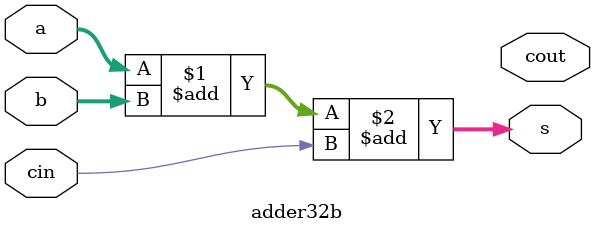
<source format=v>
module adder32b
#(parameter width=32)
(
	input [width-1:0] a,
	input [width-1:0] b,
	input cin,
	output [width-1:0] s,
	output cout,
);

reg s, cout;

	assign s = a + b + cin;
endmodule

</source>
